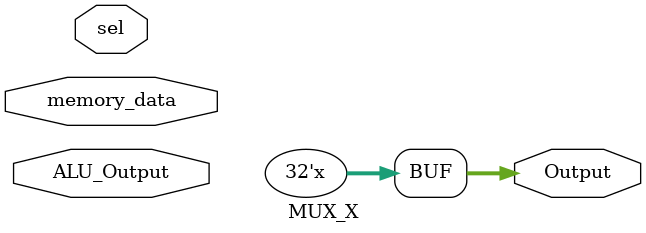
<source format=sv>
module MUX_X(
	input [31:0] ALU_Output, memory_data,
	input sel,
	output reg [31:0] Output
);

always_comb begin
	case(sel)
		0: 		out = ALU_Output;
		1: 		out = memory_data;
		default: Output = 0;
	endcase
end

endmodule
</source>
